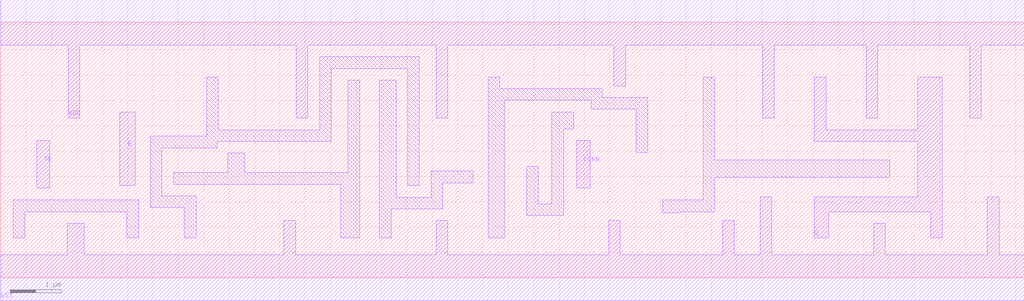
<source format=lef>
# Copyright 2022 GlobalFoundries PDK Authors
#
# Licensed under the Apache License, Version 2.0 (the "License");
# you may not use this file except in compliance with the License.
# You may obtain a copy of the License at
#
#      http://www.apache.org/licenses/LICENSE-2.0
#
# Unless required by applicable law or agreed to in writing, software
# distributed under the License is distributed on an "AS IS" BASIS,
# WITHOUT WARRANTIES OR CONDITIONS OF ANY KIND, either express or implied.
# See the License for the specific language governing permissions and
# limitations under the License.

MACRO gf180mcu_fd_sc_mcu9t5v0__icgtn_4
  CLASS core ;
  FOREIGN gf180mcu_fd_sc_mcu9t5v0__icgtn_4 0.0 0.0 ;
  ORIGIN 0 0 ;
  SYMMETRY X Y ;
  SITE GF018hv5v_green_sc9 ;
  SIZE 20.16 BY 5.04 ;
  PIN CLKN
    DIRECTION INPUT ;
    USE clock ;
    ANTENNAGATEAREA 2.64 ;
    PORT
      LAYER METAL1 ;
        POLYGON 11.35 1.77 11.61 1.77 11.61 2.71 11.35 2.71  ;
    END
  END CLKN
  PIN E
    DIRECTION INPUT ;
    ANTENNAGATEAREA 1.11 ;
    PORT
      LAYER METAL1 ;
        POLYGON 2.345 1.82 2.65 1.82 2.65 3.27 2.345 3.27  ;
    END
  END E
  PIN TE
    DIRECTION INPUT ;
    ANTENNAGATEAREA 1.11 ;
    PORT
      LAYER METAL1 ;
        POLYGON 0.71 1.77 0.97 1.77 0.97 2.71 0.71 2.71  ;
    END
  END TE
  PIN Q
    DIRECTION OUTPUT ;
    ANTENNADIFFAREA 2.9432 ;
    PORT
      LAYER METAL1 ;
        POLYGON 16.03 2.69 17.51 2.69 18.07 2.69 18.07 1.6 16.03 1.6 16.03 0.79 16.31 0.79 16.31 1.3 18.32 1.3 18.32 0.79 18.55 0.79 18.55 3.96 18.07 3.96 18.07 2.92 17.51 2.92 16.26 2.92 16.26 3.96 16.03 3.96  ;
    END
  END Q
  PIN VDD
    DIRECTION INOUT ;
    USE power ;
    SHAPE ABUTMENT ;
    PORT
      LAYER METAL1 ;
        POLYGON 0 4.59 1.325 4.59 1.325 3.15 1.555 3.15 1.555 4.59 2.715 4.59 5.82 4.59 5.82 3.15 6.05 3.15 6.05 4.59 8.25 4.59 8.58 4.59 8.58 3.15 8.81 3.15 8.81 4.59 9.305 4.59 12.08 4.59 12.08 3.785 12.31 3.785 12.31 4.59 12.75 4.59 15.01 4.59 15.01 3.15 15.24 3.15 15.24 4.59 17.05 4.59 17.05 3.15 17.28 3.15 17.28 4.59 17.51 4.59 19.09 4.59 19.09 3.15 19.32 3.15 19.32 4.59 20.16 4.59 20.16 5.49 17.51 5.49 12.75 5.49 9.305 5.49 8.25 5.49 2.715 5.49 0 5.49  ;
    END
  END VDD
  PIN VSS
    DIRECTION INOUT ;
    USE ground ;
    SHAPE ABUTMENT ;
    PORT
      LAYER METAL1 ;
        POLYGON 0 -0.45 20.16 -0.45 20.16 0.45 19.67 0.45 19.67 1.6 19.44 1.6 19.44 0.45 17.43 0.45 17.43 1.07 17.2 1.07 17.2 0.45 15.19 0.45 15.19 1.6 14.96 1.6 14.96 0.45 14.45 0.45 14.45 1.13 14.22 1.13 14.22 0.45 12.21 0.45 12.21 1.13 11.98 1.13 11.98 0.45 8.81 0.45 8.81 1.13 8.58 1.13 8.58 0.45 5.81 0.45 5.81 1.13 5.58 1.13 5.58 0.45 1.65 0.45 1.65 1.075 1.31 1.075 1.31 0.45 0 0.45  ;
    END
  END VSS
  OBS
      LAYER METAL1 ;
        POLYGON 0.245 0.79 0.475 0.79 0.475 1.305 2.485 1.305 2.485 0.79 2.715 0.79 2.715 1.535 0.245 1.535  ;
        POLYGON 3.405 1.845 6.7 1.845 6.7 0.79 7.07 0.79 7.07 3.9 6.84 3.9 6.84 2.075 4.81 2.075 4.81 2.46 4.47 2.46 4.47 2.075 3.405 2.075  ;
        POLYGON 3.175 2.565 4.265 2.565 4.265 2.69 6.51 2.69 6.51 4.13 8.02 4.13 8.02 1.82 8.25 1.82 8.25 4.36 6.28 4.36 6.28 2.92 4.29 2.92 4.29 3.96 4.06 3.96 4.06 2.795 2.945 2.795 2.945 1.385 3.62 1.385 3.62 0.79 3.85 0.79 3.85 1.615 3.175 1.615  ;
        POLYGON 7.46 0.79 7.69 0.79 7.69 1.36 8.71 1.36 8.71 1.875 9.305 1.875 9.305 2.105 8.48 2.105 8.48 1.59 7.79 1.59 7.79 3.9 7.46 3.9  ;
        POLYGON 10.36 1.23 11.09 1.23 11.09 2.935 11.29 2.935 11.29 3.275 10.86 3.275 10.86 1.46 10.59 1.46 10.59 2.2 10.36 2.2  ;
        POLYGON 9.6 0.79 9.93 0.79 9.93 3.505 11.63 3.505 11.63 3.325 12.52 3.325 12.52 2.475 12.75 2.475 12.75 3.555 11.855 3.555 11.855 3.735 9.83 3.735 9.83 3.96 9.6 3.96  ;
        POLYGON 13.045 1.285 13.385 1.285 13.385 1.305 14.07 1.305 14.07 1.98 17.51 1.98 17.51 2.32 14.07 2.32 14.07 3.96 13.84 3.96 13.84 1.535 13.045 1.535  ;
  END
END gf180mcu_fd_sc_mcu9t5v0__icgtn_4

</source>
